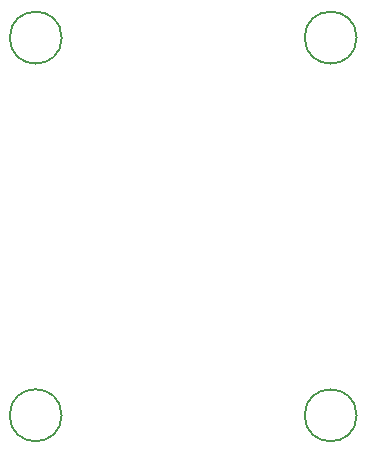
<source format=gbr>
%TF.GenerationSoftware,KiCad,Pcbnew,7.0.5-1.fc38*%
%TF.CreationDate,2023-06-22T15:58:46+02:00*%
%TF.ProjectId,tr_switch,74725f73-7769-4746-9368-2e6b69636164,1*%
%TF.SameCoordinates,Original*%
%TF.FileFunction,Other,Comment*%
%FSLAX46Y46*%
G04 Gerber Fmt 4.6, Leading zero omitted, Abs format (unit mm)*
G04 Created by KiCad (PCBNEW 7.0.5-1.fc38) date 2023-06-22 15:58:46*
%MOMM*%
%LPD*%
G01*
G04 APERTURE LIST*
%ADD10C,0.150000*%
G04 APERTURE END LIST*
D10*
%TO.C,H2*%
X29690000Y-2510000D02*
G75*
G03*
X29690000Y-2510000I-2200000J0D01*
G01*
%TO.C,H4*%
X29690000Y-34490000D02*
G75*
G03*
X29690000Y-34490000I-2200000J0D01*
G01*
%TO.C,H3*%
X4710000Y-34480000D02*
G75*
G03*
X4710000Y-34480000I-2200000J0D01*
G01*
%TO.C,H1*%
X4720000Y-2510000D02*
G75*
G03*
X4720000Y-2510000I-2200000J0D01*
G01*
%TD*%
M02*

</source>
